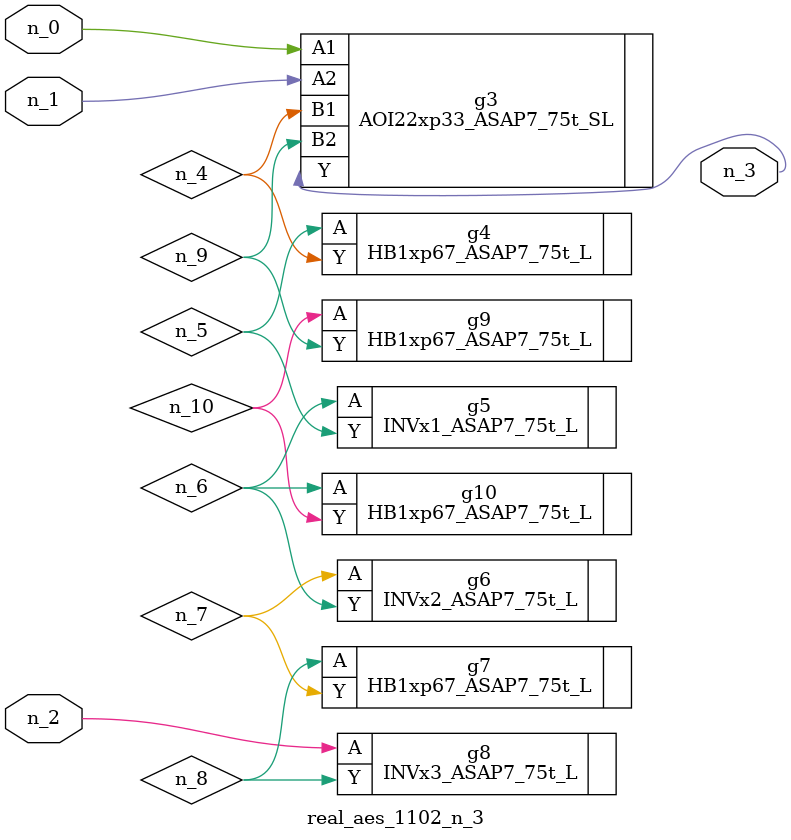
<source format=v>
module real_aes_1102_n_3 (n_0, n_2, n_1, n_3);
input n_0;
input n_2;
input n_1;
output n_3;
wire n_4;
wire n_5;
wire n_7;
wire n_9;
wire n_6;
wire n_8;
wire n_10;
AOI22xp33_ASAP7_75t_SL g3 ( .A1(n_0), .A2(n_1), .B1(n_4), .B2(n_9), .Y(n_3) );
INVx3_ASAP7_75t_L g8 ( .A(n_2), .Y(n_8) );
HB1xp67_ASAP7_75t_L g4 ( .A(n_5), .Y(n_4) );
INVx1_ASAP7_75t_L g5 ( .A(n_6), .Y(n_5) );
HB1xp67_ASAP7_75t_L g10 ( .A(n_6), .Y(n_10) );
INVx2_ASAP7_75t_L g6 ( .A(n_7), .Y(n_6) );
HB1xp67_ASAP7_75t_L g7 ( .A(n_8), .Y(n_7) );
HB1xp67_ASAP7_75t_L g9 ( .A(n_10), .Y(n_9) );
endmodule
</source>
